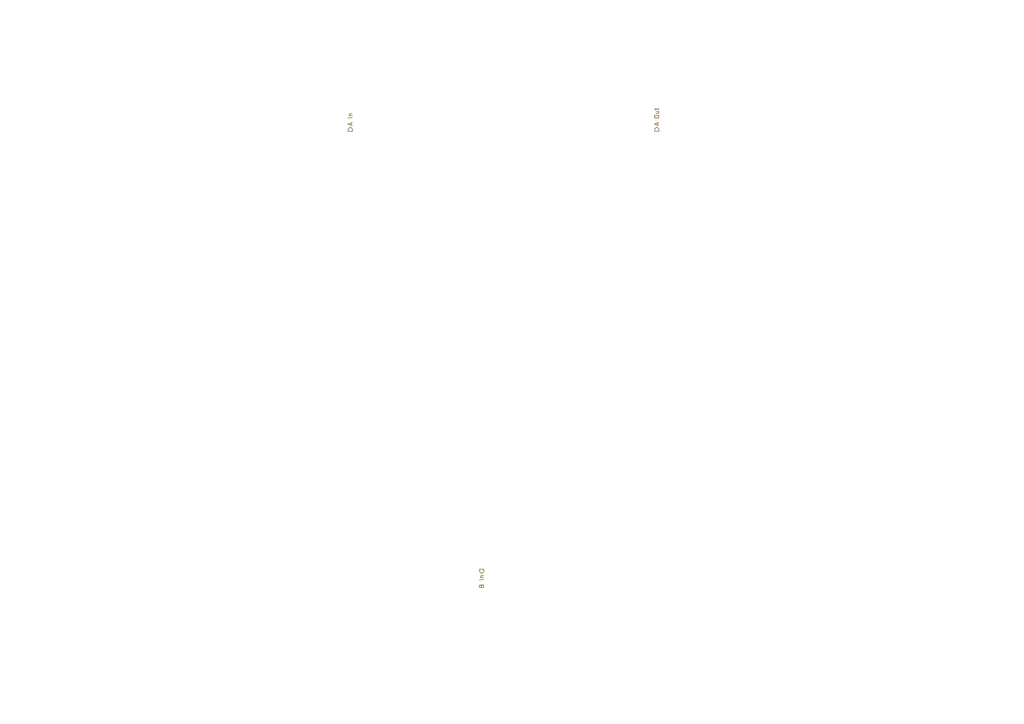
<source format=kicad_sch>
(kicad_sch (version 20211123) (generator eeschema)
  (paper "A4")
  (lib_symbols)
  (hierarchical_label "A In" (shape output) (at 101.6 38.1 90))
  (hierarchical_label "A Out" (shape output) (at 190.5 38.1 90))
  (hierarchical_label "B In" (shape output) (at 139.7 165.1 270))
)
</source>
